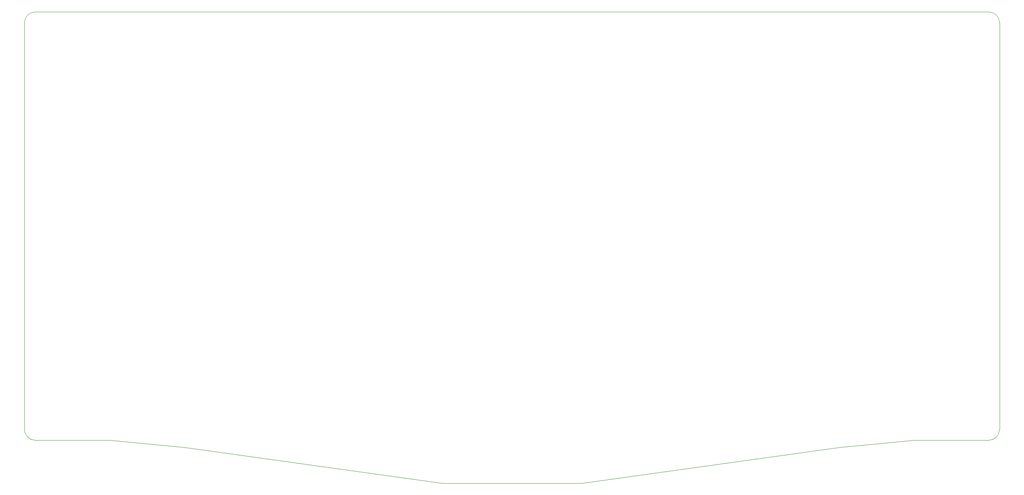
<source format=gbr>
G04 #@! TF.GenerationSoftware,KiCad,Pcbnew,(5.1.4)-1*
G04 #@! TF.CreationDate,2021-09-15T04:56:21-10:00*
G04 #@! TF.ProjectId,oya38split,6f796133-3873-4706-9c69-742e6b696361,rev?*
G04 #@! TF.SameCoordinates,Original*
G04 #@! TF.FileFunction,Profile,NP*
%FSLAX46Y46*%
G04 Gerber Fmt 4.6, Leading zero omitted, Abs format (unit mm)*
G04 Created by KiCad (PCBNEW (5.1.4)-1) date 2021-09-15 04:56:21*
%MOMM*%
%LPD*%
G04 APERTURE LIST*
%ADD10C,0.050000*%
G04 APERTURE END LIST*
D10*
X140493750Y-133350000D02*
X171450000Y-133350000D01*
X83343750Y-125412500D02*
X140493750Y-133350000D01*
X66675000Y-123825000D02*
X83343750Y-125412500D01*
X50006250Y-123825000D02*
X66675000Y-123825000D01*
X228600000Y-125412500D02*
X171450000Y-133350000D01*
X245268750Y-123825000D02*
X228600000Y-125412500D01*
X261937500Y-123825000D02*
X245268750Y-123825000D01*
X50006250Y-28575000D02*
X261937500Y-28575000D01*
X264318750Y-30956250D02*
X264318750Y-121443750D01*
X261937500Y-28575000D02*
G75*
G02X264318750Y-30956250I0J-2381250D01*
G01*
X264318750Y-121443750D02*
G75*
G02X261937500Y-123825000I-2381250J0D01*
G01*
X47625000Y-30956250D02*
X47625000Y-121443750D01*
X50006250Y-123825000D02*
G75*
G02X47625000Y-121443750I0J2381250D01*
G01*
X47625000Y-30956250D02*
G75*
G02X50006250Y-28575000I2381250J0D01*
G01*
M02*

</source>
